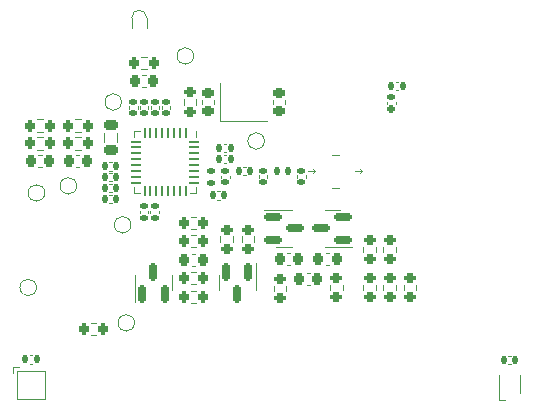
<source format=gto>
G04 #@! TF.GenerationSoftware,KiCad,Pcbnew,(6.0.9)*
G04 #@! TF.CreationDate,2022-11-24T22:46:59+01:00*
G04 #@! TF.ProjectId,telinksensor-hw,74656c69-6e6b-4736-956e-736f722d6877,rev?*
G04 #@! TF.SameCoordinates,Original*
G04 #@! TF.FileFunction,Legend,Top*
G04 #@! TF.FilePolarity,Positive*
%FSLAX46Y46*%
G04 Gerber Fmt 4.6, Leading zero omitted, Abs format (unit mm)*
G04 Created by KiCad (PCBNEW (6.0.9)) date 2022-11-24 22:46:59*
%MOMM*%
%LPD*%
G01*
G04 APERTURE LIST*
G04 Aperture macros list*
%AMRoundRect*
0 Rectangle with rounded corners*
0 $1 Rounding radius*
0 $2 $3 $4 $5 $6 $7 $8 $9 X,Y pos of 4 corners*
0 Add a 4 corners polygon primitive as box body*
4,1,4,$2,$3,$4,$5,$6,$7,$8,$9,$2,$3,0*
0 Add four circle primitives for the rounded corners*
1,1,$1+$1,$2,$3*
1,1,$1+$1,$4,$5*
1,1,$1+$1,$6,$7*
1,1,$1+$1,$8,$9*
0 Add four rect primitives between the rounded corners*
20,1,$1+$1,$2,$3,$4,$5,0*
20,1,$1+$1,$4,$5,$6,$7,0*
20,1,$1+$1,$6,$7,$8,$9,0*
20,1,$1+$1,$8,$9,$2,$3,0*%
G04 Aperture macros list end*
%ADD10C,0.120000*%
%ADD11C,0.100000*%
%ADD12RoundRect,0.160000X0.160000X-0.160000X0.160000X0.160000X-0.160000X0.160000X-0.160000X-0.160000X0*%
%ADD13RoundRect,0.140000X0.170000X-0.140000X0.170000X0.140000X-0.170000X0.140000X-0.170000X-0.140000X0*%
%ADD14RoundRect,0.140000X0.140000X0.170000X-0.140000X0.170000X-0.140000X-0.170000X0.140000X-0.170000X0*%
%ADD15RoundRect,0.225000X-0.225000X-0.250000X0.225000X-0.250000X0.225000X0.250000X-0.225000X0.250000X0*%
%ADD16RoundRect,0.140000X-0.170000X0.140000X-0.170000X-0.140000X0.170000X-0.140000X0.170000X0.140000X0*%
%ADD17C,1.000000*%
%ADD18RoundRect,0.200000X0.275000X-0.200000X0.275000X0.200000X-0.275000X0.200000X-0.275000X-0.200000X0*%
%ADD19C,6.400000*%
%ADD20C,0.800000*%
%ADD21RoundRect,0.140000X-0.140000X-0.170000X0.140000X-0.170000X0.140000X0.170000X-0.140000X0.170000X0*%
%ADD22RoundRect,0.147500X0.172500X-0.147500X0.172500X0.147500X-0.172500X0.147500X-0.172500X-0.147500X0*%
%ADD23RoundRect,0.062500X-0.062500X0.337500X-0.062500X-0.337500X0.062500X-0.337500X0.062500X0.337500X0*%
%ADD24RoundRect,0.062500X-0.337500X0.062500X-0.337500X-0.062500X0.337500X-0.062500X0.337500X0.062500X0*%
%ADD25R,3.600000X3.600000*%
%ADD26R,0.450000X0.600000*%
%ADD27RoundRect,0.200000X0.200000X0.275000X-0.200000X0.275000X-0.200000X-0.275000X0.200000X-0.275000X0*%
%ADD28RoundRect,0.200000X-0.200000X-0.275000X0.200000X-0.275000X0.200000X0.275000X-0.200000X0.275000X0*%
%ADD29RoundRect,0.150000X0.150000X-0.587500X0.150000X0.587500X-0.150000X0.587500X-0.150000X-0.587500X0*%
%ADD30RoundRect,0.150000X0.587500X0.150000X-0.587500X0.150000X-0.587500X-0.150000X0.587500X-0.150000X0*%
%ADD31RoundRect,0.218750X0.381250X-0.218750X0.381250X0.218750X-0.381250X0.218750X-0.381250X-0.218750X0*%
%ADD32C,0.700000*%
%ADD33O,0.800000X1.500000*%
%ADD34RoundRect,0.200000X-0.275000X0.200000X-0.275000X-0.200000X0.275000X-0.200000X0.275000X0.200000X0*%
%ADD35RoundRect,0.225000X0.250000X-0.225000X0.250000X0.225000X-0.250000X0.225000X-0.250000X-0.225000X0*%
%ADD36RoundRect,0.225000X-0.250000X0.225000X-0.250000X-0.225000X0.250000X-0.225000X0.250000X0.225000X0*%
%ADD37R,0.580000X0.500000*%
%ADD38R,0.800000X0.750000*%
%ADD39RoundRect,0.150000X-0.587500X-0.150000X0.587500X-0.150000X0.587500X0.150000X-0.587500X0.150000X0*%
%ADD40RoundRect,0.147500X-0.147500X-0.172500X0.147500X-0.172500X0.147500X0.172500X-0.147500X0.172500X0*%
%ADD41RoundRect,0.150000X-0.150000X0.587500X-0.150000X-0.587500X0.150000X-0.587500X0.150000X0.587500X0*%
%ADD42R,0.275000X0.250000*%
%ADD43R,0.250000X0.275000*%
%ADD44R,1.400000X1.200000*%
%ADD45R,3.000000X3.000000*%
%ADD46C,3.000000*%
G04 APERTURE END LIST*
D10*
X176510000Y-91587836D02*
X176510000Y-91372164D01*
X175790000Y-91587836D02*
X175790000Y-91372164D01*
X152482372Y-98118963D02*
X152266700Y-98118963D01*
X152482372Y-97398963D02*
X152266700Y-97398963D01*
X159259420Y-105260000D02*
X159540580Y-105260000D01*
X159259420Y-104240000D02*
X159540580Y-104240000D01*
X162459999Y-97627164D02*
X162459999Y-97842836D01*
X161739999Y-97627164D02*
X161739999Y-97842836D01*
X164940001Y-97622164D02*
X164940001Y-97837836D01*
X165660001Y-97622164D02*
X165660001Y-97837836D01*
X156696411Y-91977922D02*
X156696411Y-91762250D01*
X157416411Y-91977922D02*
X157416411Y-91762250D01*
X155774793Y-91984009D02*
X155774793Y-91768337D01*
X156494793Y-91984009D02*
X156494793Y-91768337D01*
X146100000Y-107100000D02*
G75*
G03*
X146100000Y-107100000I-700000J0D01*
G01*
X173777500Y-104137258D02*
X173777500Y-103662742D01*
X174822500Y-104137258D02*
X174822500Y-103662742D01*
X149459420Y-96910000D02*
X149740580Y-96910000D01*
X149459420Y-95890000D02*
X149740580Y-95890000D01*
X152487108Y-99960000D02*
X152271436Y-99960000D01*
X152487108Y-99240000D02*
X152271436Y-99240000D01*
X161969470Y-94938807D02*
X162185142Y-94938807D01*
X161969470Y-95658807D02*
X162185142Y-95658807D01*
X186257836Y-113617570D02*
X186042164Y-113617570D01*
X186257836Y-112897570D02*
X186042164Y-112897570D01*
X159610000Y-99110000D02*
X159135000Y-99110000D01*
X159610000Y-98635000D02*
X159610000Y-99110000D01*
X159610000Y-94365000D02*
X159610000Y-93890000D01*
X154390000Y-99110000D02*
X154865000Y-99110000D01*
X154390000Y-94365000D02*
X154390000Y-93890000D01*
X154390000Y-93890000D02*
X154865000Y-93890000D01*
X154390000Y-98635000D02*
X154390000Y-99110000D01*
X185250000Y-116590000D02*
X185750000Y-116590000D01*
X185250000Y-116040000D02*
X185250000Y-114540000D01*
X187050000Y-114540000D02*
X187050000Y-116040000D01*
X185250000Y-116040000D02*
X185250000Y-116590000D01*
X149837258Y-93922500D02*
X149362742Y-93922500D01*
X149837258Y-92877500D02*
X149362742Y-92877500D01*
X146259420Y-96910000D02*
X146540580Y-96910000D01*
X146259420Y-95890000D02*
X146540580Y-95890000D01*
X155740000Y-100614788D02*
X155740000Y-100830460D01*
X156460000Y-100614788D02*
X156460000Y-100830460D01*
X154100000Y-101800000D02*
G75*
G03*
X154100000Y-101800000I-700000J0D01*
G01*
X149362742Y-95422500D02*
X149837258Y-95422500D01*
X149362742Y-94377500D02*
X149837258Y-94377500D01*
X168880000Y-97622164D02*
X168880000Y-97837836D01*
X168160000Y-97622164D02*
X168160000Y-97837836D01*
X158552500Y-91637258D02*
X158552500Y-91162742D01*
X159597500Y-91637258D02*
X159597500Y-91162742D01*
X155059420Y-90110000D02*
X155340580Y-90110000D01*
X155059420Y-89090000D02*
X155340580Y-89090000D01*
X154440000Y-106700000D02*
X154440000Y-108375000D01*
X154440000Y-106700000D02*
X154440000Y-106050000D01*
X157560000Y-106700000D02*
X157560000Y-107350000D01*
X157560000Y-106700000D02*
X157560000Y-106050000D01*
X161967164Y-95865000D02*
X162182836Y-95865000D01*
X161967164Y-96585000D02*
X162182836Y-96585000D01*
X161677500Y-103262258D02*
X161677500Y-102787742D01*
X162722500Y-103262258D02*
X162722500Y-102787742D01*
X163592164Y-96890000D02*
X163807836Y-96890000D01*
X163592164Y-97610000D02*
X163807836Y-97610000D01*
X171140000Y-103660000D02*
X172815000Y-103660000D01*
X171140000Y-100540000D02*
X171790000Y-100540000D01*
X171140000Y-100540000D02*
X170490000Y-100540000D01*
X171140000Y-103660000D02*
X170490000Y-103660000D01*
X168965670Y-106910000D02*
X169246830Y-106910000D01*
X168965670Y-105890000D02*
X169246830Y-105890000D01*
X173777500Y-107337258D02*
X173777500Y-106862742D01*
X174822500Y-107337258D02*
X174822500Y-106862742D01*
X152485424Y-99036164D02*
X152269752Y-99036164D01*
X152485424Y-98316164D02*
X152269752Y-98316164D01*
X152935000Y-94799622D02*
X152935000Y-94000378D01*
X151815000Y-94799622D02*
X151815000Y-94000378D01*
X145536178Y-112832664D02*
X145751850Y-112832664D01*
X145536178Y-113552664D02*
X145751850Y-113552664D01*
X155437258Y-88622500D02*
X154962742Y-88622500D01*
X155437258Y-87577500D02*
X154962742Y-87577500D01*
X146162742Y-93922500D02*
X146637258Y-93922500D01*
X146162742Y-92877500D02*
X146637258Y-92877500D01*
X146800000Y-99100000D02*
G75*
G03*
X146800000Y-99100000I-700000J0D01*
G01*
D11*
X155435000Y-84261000D02*
X155435000Y-85150000D01*
X154165000Y-84261000D02*
X154165000Y-85150000D01*
X155435000Y-84261000D02*
G75*
G03*
X154165000Y-84261000I-635000J0D01*
G01*
D10*
X175477500Y-106862742D02*
X175477500Y-107337258D01*
X176522500Y-106862742D02*
X176522500Y-107337258D01*
X161169441Y-91540580D02*
X161169441Y-91259420D01*
X160149441Y-91540580D02*
X160149441Y-91259420D01*
X177177500Y-106862742D02*
X177177500Y-107337258D01*
X178222500Y-106862742D02*
X178222500Y-107337258D01*
X170609420Y-104190000D02*
X170890580Y-104190000D01*
X170609420Y-105210000D02*
X170890580Y-105210000D01*
X167321920Y-105210000D02*
X167603080Y-105210000D01*
X167321920Y-104190000D02*
X167603080Y-104190000D01*
X167235000Y-106962742D02*
X167235000Y-107437258D01*
X166190000Y-106962742D02*
X166190000Y-107437258D01*
X153940000Y-91980239D02*
X153940000Y-91764567D01*
X154660000Y-91980239D02*
X154660000Y-91764567D01*
X155545478Y-100608812D02*
X155545478Y-100824484D01*
X154825478Y-100608812D02*
X154825478Y-100824484D01*
X159162742Y-107377500D02*
X159637258Y-107377500D01*
X159162742Y-108422500D02*
X159637258Y-108422500D01*
X167110000Y-91259420D02*
X167110000Y-91540580D01*
X166090000Y-91259420D02*
X166090000Y-91540580D01*
X161392164Y-99660000D02*
X161607836Y-99660000D01*
X161392164Y-98940000D02*
X161607836Y-98940000D01*
X169100000Y-97250000D02*
X169700000Y-97250000D01*
X171100000Y-98650000D02*
X171700000Y-98650000D01*
X173700000Y-97250000D02*
X173500000Y-97450000D01*
X173100000Y-97250000D02*
X173700000Y-97250000D01*
X169700000Y-97250000D02*
X169500000Y-97050000D01*
X169700000Y-97250000D02*
X169500000Y-97450000D01*
X171100000Y-95850000D02*
X171700000Y-95850000D01*
X173700000Y-97250000D02*
X173500000Y-97050000D01*
X149500000Y-98500000D02*
G75*
G03*
X149500000Y-98500000I-700000J0D01*
G01*
X176522164Y-90410000D02*
X176737836Y-90410000D01*
X176522164Y-89690000D02*
X176737836Y-89690000D01*
X167062500Y-103660000D02*
X167712500Y-103660000D01*
X167062500Y-103660000D02*
X166412500Y-103660000D01*
X167062500Y-100540000D02*
X165387500Y-100540000D01*
X167062500Y-100540000D02*
X167712500Y-100540000D01*
X172022500Y-106862742D02*
X172022500Y-107337258D01*
X170977500Y-106862742D02*
X170977500Y-107337258D01*
X164522500Y-102787742D02*
X164522500Y-103262258D01*
X163477500Y-102787742D02*
X163477500Y-103262258D01*
X176522500Y-104137258D02*
X176522500Y-103662742D01*
X175477500Y-104137258D02*
X175477500Y-103662742D01*
X154400000Y-110100000D02*
G75*
G03*
X154400000Y-110100000I-700000J0D01*
G01*
X159400000Y-87500000D02*
G75*
G03*
X159400000Y-87500000I-700000J0D01*
G01*
X159637258Y-102652500D02*
X159162742Y-102652500D01*
X159637258Y-103697500D02*
X159162742Y-103697500D01*
X164660000Y-106700000D02*
X164660000Y-107350000D01*
X161540000Y-106700000D02*
X161540000Y-107350000D01*
X161540000Y-106700000D02*
X161540000Y-106050000D01*
X164660000Y-106700000D02*
X164660000Y-105025000D01*
X155576441Y-91982836D02*
X155576441Y-91767164D01*
X154856441Y-91982836D02*
X154856441Y-91767164D01*
X153300000Y-91400000D02*
G75*
G03*
X153300000Y-91400000I-700000J0D01*
G01*
X146637258Y-94377500D02*
X146162742Y-94377500D01*
X146637258Y-95422500D02*
X146162742Y-95422500D01*
X150682233Y-111122500D02*
X151156749Y-111122500D01*
X150682233Y-110077500D02*
X151156749Y-110077500D01*
X165400000Y-94700000D02*
G75*
G03*
X165400000Y-94700000I-700000J0D01*
G01*
X152482836Y-96484312D02*
X152267164Y-96484312D01*
X152482836Y-97204312D02*
X152267164Y-97204312D01*
X144150000Y-113850000D02*
X144650000Y-113850000D01*
X144150000Y-114350000D02*
X144150000Y-113850000D01*
X145650000Y-116550000D02*
X144450000Y-116550000D01*
X144450000Y-116550000D02*
X144450000Y-114150000D01*
X144450000Y-114150000D02*
X146850000Y-114150000D01*
X146850000Y-116550000D02*
X145650000Y-116550000D01*
X146850000Y-114150000D02*
X146850000Y-116550000D01*
X159162742Y-106847500D02*
X159637258Y-106847500D01*
X159162742Y-105802500D02*
X159637258Y-105802500D01*
X161630151Y-93050000D02*
X165630151Y-93050000D01*
X161630151Y-89750000D02*
X161630151Y-93050000D01*
X159637258Y-101102500D02*
X159162742Y-101102500D01*
X159637258Y-102147500D02*
X159162742Y-102147500D01*
%LPC*%
D12*
X176150000Y-91960000D03*
D13*
X176150000Y-91000000D03*
D14*
X152854536Y-97758963D03*
X151894536Y-97758963D03*
D15*
X158625000Y-104750000D03*
X160175000Y-104750000D03*
D16*
X162099999Y-97255000D03*
X162099999Y-98215000D03*
X165300001Y-97250000D03*
X165300001Y-98210000D03*
D13*
X157056411Y-92350086D03*
X157056411Y-91390086D03*
X156134793Y-92356173D03*
X156134793Y-91396173D03*
D17*
X145400000Y-107100000D03*
D18*
X174300000Y-104725000D03*
X174300000Y-103075000D03*
D15*
X148825000Y-96400000D03*
X150375000Y-96400000D03*
D19*
X182300000Y-104500000D03*
D20*
X183997056Y-106197056D03*
X180602944Y-106197056D03*
X184700000Y-104500000D03*
X182300000Y-106900000D03*
X179900000Y-104500000D03*
X183997056Y-102802944D03*
X182300000Y-102100000D03*
X180602944Y-102802944D03*
D14*
X152859272Y-99600000D03*
X151899272Y-99600000D03*
D21*
X161597306Y-95298807D03*
X162557306Y-95298807D03*
D22*
X160900000Y-98220000D03*
X160900000Y-97250000D03*
D14*
X186630000Y-113257570D03*
X185670000Y-113257570D03*
D23*
X158750000Y-94050000D03*
X158250000Y-94050000D03*
X157750000Y-94050000D03*
X157250000Y-94050000D03*
X156750000Y-94050000D03*
X156250000Y-94050000D03*
X155750000Y-94050000D03*
X155250000Y-94050000D03*
D24*
X154550000Y-94750000D03*
X154550000Y-95250000D03*
X154550000Y-95750000D03*
X154550000Y-96250000D03*
X154550000Y-96750000D03*
X154550000Y-97250000D03*
X154550000Y-97750000D03*
X154550000Y-98250000D03*
D23*
X155250000Y-98950000D03*
X155750000Y-98950000D03*
X156250000Y-98950000D03*
X156750000Y-98950000D03*
X157250000Y-98950000D03*
X157750000Y-98950000D03*
X158250000Y-98950000D03*
X158750000Y-98950000D03*
D24*
X159450000Y-98250000D03*
X159450000Y-97750000D03*
X159450000Y-97250000D03*
X159450000Y-96750000D03*
X159450000Y-96250000D03*
X159450000Y-95750000D03*
X159450000Y-95250000D03*
X159450000Y-94750000D03*
D25*
X157000000Y-96500000D03*
D26*
X185750000Y-116040000D03*
X186550000Y-116040000D03*
X186550000Y-114540000D03*
X185750000Y-114540000D03*
D27*
X150425000Y-93400000D03*
X148775000Y-93400000D03*
D15*
X145625000Y-96400000D03*
X147175000Y-96400000D03*
D16*
X156100000Y-100242624D03*
X156100000Y-101202624D03*
D17*
X153400000Y-101800000D03*
D28*
X148775000Y-94900000D03*
X150425000Y-94900000D03*
D16*
X168520000Y-97250000D03*
X168520000Y-98210000D03*
D18*
X159075000Y-92225000D03*
X159075000Y-90575000D03*
D15*
X154425000Y-89600000D03*
X155975000Y-89600000D03*
D29*
X155050000Y-107637500D03*
X156950000Y-107637500D03*
X156000000Y-105762500D03*
D21*
X161595000Y-96225000D03*
X162555000Y-96225000D03*
D18*
X162200000Y-103850000D03*
X162200000Y-102200000D03*
D21*
X163220000Y-97250000D03*
X164180000Y-97250000D03*
D30*
X172077500Y-103050000D03*
X172077500Y-101150000D03*
X170202500Y-102100000D03*
D15*
X168331250Y-106400000D03*
X169881250Y-106400000D03*
D18*
X174300000Y-107925000D03*
X174300000Y-106275000D03*
D14*
X152857588Y-98676164D03*
X151897588Y-98676164D03*
D31*
X152375000Y-95462500D03*
X152375000Y-93337500D03*
D21*
X145164014Y-113192664D03*
X146124014Y-113192664D03*
D27*
X156025000Y-88100000D03*
X154375000Y-88100000D03*
D28*
X145575000Y-93400000D03*
X147225000Y-93400000D03*
D17*
X146100000Y-99100000D03*
D20*
X147802944Y-102702944D03*
X149500000Y-102000000D03*
X151197056Y-102702944D03*
X151197056Y-106097056D03*
D19*
X149500000Y-104400000D03*
D20*
X147100000Y-104400000D03*
X149500000Y-106800000D03*
X147802944Y-106097056D03*
X151900000Y-104400000D03*
D32*
X154165000Y-85785000D03*
X155435000Y-85785000D03*
X159245000Y-85785000D03*
X156705000Y-85785000D03*
X157975000Y-85785000D03*
D33*
X154800000Y-84630000D03*
X156070000Y-84630000D03*
X157340000Y-84630000D03*
X158610000Y-84630000D03*
D34*
X176000000Y-106275000D03*
X176000000Y-107925000D03*
D35*
X160659441Y-92175000D03*
X160659441Y-90625000D03*
D34*
X177700000Y-106275000D03*
X177700000Y-107925000D03*
D15*
X169975000Y-104700000D03*
X171525000Y-104700000D03*
X166687500Y-104700000D03*
X168237500Y-104700000D03*
D34*
X166712500Y-106375000D03*
X166712500Y-108025000D03*
D13*
X154300000Y-92352403D03*
X154300000Y-91392403D03*
D16*
X155185478Y-100236648D03*
X155185478Y-101196648D03*
D28*
X158575000Y-107900000D03*
X160225000Y-107900000D03*
D36*
X166600000Y-90625000D03*
X166600000Y-92175000D03*
D21*
X161020000Y-99300000D03*
X161980000Y-99300000D03*
D37*
X172560000Y-97250000D03*
X170240000Y-97250000D03*
D38*
X170450000Y-98275000D03*
X170450000Y-96225000D03*
X172350000Y-98275000D03*
X172350000Y-96225000D03*
D17*
X148800000Y-98500000D03*
D21*
X176150000Y-90050000D03*
X177110000Y-90050000D03*
D39*
X166125000Y-101150000D03*
X166125000Y-103050000D03*
X168000000Y-102100000D03*
D40*
X166435000Y-97250000D03*
X167405000Y-97250000D03*
D34*
X171500000Y-106275000D03*
X171500000Y-107925000D03*
X164000000Y-102200000D03*
X164000000Y-103850000D03*
D18*
X176000000Y-104725000D03*
X176000000Y-103075000D03*
D17*
X153700000Y-110100000D03*
X158700000Y-87500000D03*
D27*
X160225000Y-103175000D03*
X158575000Y-103175000D03*
D41*
X164050000Y-105762500D03*
X162150000Y-105762500D03*
X163100000Y-107637500D03*
D13*
X155216441Y-92355000D03*
X155216441Y-91395000D03*
D17*
X152600000Y-91400000D03*
D27*
X147225000Y-94900000D03*
X145575000Y-94900000D03*
D28*
X150094491Y-110600000D03*
X151744491Y-110600000D03*
D17*
X164700000Y-94700000D03*
D14*
X152855000Y-96844312D03*
X151895000Y-96844312D03*
D42*
X144887500Y-115100000D03*
X144887500Y-115600000D03*
D43*
X145150000Y-116112500D03*
X145650000Y-116112500D03*
X146150000Y-116112500D03*
D42*
X146412500Y-115600000D03*
X146412500Y-115100000D03*
D43*
X146150000Y-114587500D03*
X145650000Y-114587500D03*
X145150000Y-114587500D03*
D28*
X158575000Y-106325000D03*
X160225000Y-106325000D03*
D44*
X162530151Y-92250000D03*
X164730151Y-92250000D03*
X164730151Y-90550000D03*
X162530151Y-90550000D03*
D27*
X160225000Y-101625000D03*
X158575000Y-101625000D03*
D45*
X155760000Y-112800000D03*
D46*
X160840000Y-112800000D03*
D45*
X165900000Y-112800000D03*
D46*
X170980000Y-112800000D03*
X176060000Y-112800000D03*
M02*

</source>
